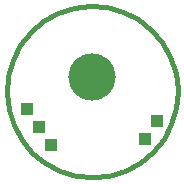
<source format=gbp>
G04 (created by PCBNEW-RS274X (2011-05-25)-stable) date Sun 20 Jan 2013 20:19:42 GMT*
G01*
G70*
G90*
%MOIN*%
G04 Gerber Fmt 3.4, Leading zero omitted, Abs format*
%FSLAX34Y34*%
G04 APERTURE LIST*
%ADD10C,0.006000*%
%ADD11C,0.015000*%
%ADD12C,0.157500*%
%ADD13R,0.039400X0.039400*%
G04 APERTURE END LIST*
G54D10*
G54D11*
X42224Y-39370D02*
X42169Y-39924D01*
X42008Y-40457D01*
X41747Y-40949D01*
X41395Y-41381D01*
X40965Y-41736D01*
X40475Y-42000D01*
X39943Y-42165D01*
X39389Y-42223D01*
X38836Y-42173D01*
X38301Y-42016D01*
X37808Y-41758D01*
X37374Y-41409D01*
X37016Y-40982D01*
X36747Y-40494D01*
X36579Y-39963D01*
X36517Y-39409D01*
X36563Y-38855D01*
X36717Y-38320D01*
X36972Y-37824D01*
X37318Y-37388D01*
X37742Y-37027D01*
X38228Y-36755D01*
X38758Y-36583D01*
X39311Y-36517D01*
X39865Y-36560D01*
X40402Y-36710D01*
X40899Y-36961D01*
X41338Y-37304D01*
X41702Y-37725D01*
X41977Y-38210D01*
X42153Y-38738D01*
X42222Y-39291D01*
X42224Y-39370D01*
G54D12*
X39370Y-38878D03*
G54D13*
X37992Y-41142D03*
X37598Y-40551D03*
X37205Y-39961D03*
X41535Y-40354D03*
X41142Y-40945D03*
M02*

</source>
